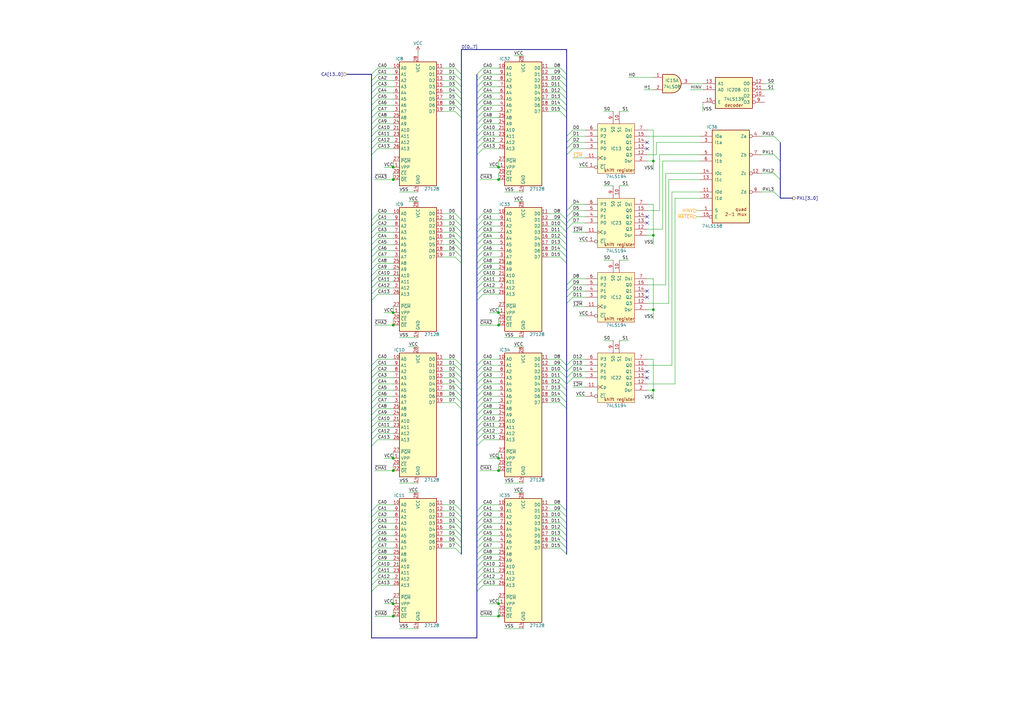
<source format=kicad_sch>
(kicad_sch (version 20231120) (generator "eeschema") (generator_version "8.0")
  (paper "A3")
  (title_block (date "2024-11-16") (rev "José Tejada G.") (company "JOTEGO") (comment 1 "www.patreon.com/jotego") (comment 2 "José Tejada"))
  (junction (at 161.29 133.35))
  (junction (at 161.29 128.27))
  (junction (at 204.47 187.96))
  (junction (at 267.97 160.02))
  (junction (at 161.29 247.65))
  (junction (at 161.29 68.58))
  (junction (at 161.29 193.04))
  (junction (at 161.29 187.96))
  (junction (at 204.47 128.27))
  (junction (at 204.47 133.35))
  (junction (at 267.97 66.04))
  (junction (at 267.97 127))
  (junction (at 267.97 96.52))
  (junction (at 204.47 193.04))
  (junction (at 204.47 73.66))
  (junction (at 161.29 252.73))
  (junction (at 204.47 247.65))
  (junction (at 204.47 68.58))
  (junction (at 161.29 73.66))
  (junction (at 204.47 252.73))
  (no_connect (at 265.43 91.44))
  (no_connect (at 265.43 60.96))
  (no_connect (at 265.43 58.42))
  (no_connect (at 265.43 152.4))
  (no_connect (at 265.43 154.94))
  (no_connect (at 265.43 119.38))
  (no_connect (at 265.43 88.9))
  (no_connect (at 265.43 121.92))
  (bus_entry (at 195.58 177.8) (size 2.54 -2.54))
  (bus_entry (at 234.95 91.44) (size -2.54 2.54))
  (bus_entry (at 195.58 165.1) (size 2.54 -2.54))
  (bus_entry (at 195.58 229.87) (size 2.54 -2.54))
  (bus_entry (at 152.4 63.5) (size 2.54 -2.54))
  (bus_entry (at 317.5 63.5) (size 2.54 2.54))
  (bus_entry (at 229.87 149.86) (size 2.54 2.54))
  (bus_entry (at 195.58 58.42) (size 2.54 -2.54))
  (bus_entry (at 195.58 100.33) (size 2.54 -2.54))
  (bus_entry (at 195.58 154.94) (size 2.54 -2.54))
  (bus_entry (at 186.69 217.17) (size 2.54 2.54))
  (bus_entry (at 186.69 165.1) (size 2.54 2.54))
  (bus_entry (at 229.87 209.55) (size 2.54 2.54))
  (bus_entry (at 152.4 90.17) (size 2.54 -2.54))
  (bus_entry (at 234.95 119.38) (size -2.54 2.54))
  (bus_entry (at 152.4 33.02) (size 2.54 -2.54))
  (bus_entry (at 234.95 88.9) (size -2.54 2.54))
  (bus_entry (at 195.58 92.71) (size 2.54 -2.54))
  (bus_entry (at 152.4 95.25) (size 2.54 -2.54))
  (bus_entry (at 234.95 152.4) (size -2.54 2.54))
  (bus_entry (at 152.4 175.26) (size 2.54 -2.54))
  (bus_entry (at 152.4 214.63) (size 2.54 -2.54))
  (bus_entry (at 195.58 48.26) (size 2.54 -2.54))
  (bus_entry (at 152.4 165.1) (size 2.54 -2.54))
  (bus_entry (at 195.58 212.09) (size 2.54 -2.54))
  (bus_entry (at 195.58 35.56) (size 2.54 -2.54))
  (bus_entry (at 195.58 180.34) (size 2.54 -2.54))
  (bus_entry (at 195.58 95.25) (size 2.54 -2.54))
  (bus_entry (at 229.87 97.79) (size 2.54 2.54))
  (bus_entry (at 152.4 113.03) (size 2.54 -2.54))
  (bus_entry (at 229.87 165.1) (size 2.54 2.54))
  (bus_entry (at 186.69 154.94) (size 2.54 2.54))
  (bus_entry (at 229.87 35.56) (size 2.54 2.54))
  (bus_entry (at 229.87 222.25) (size 2.54 2.54))
  (bus_entry (at 229.87 90.17) (size 2.54 2.54))
  (bus_entry (at 152.4 100.33) (size 2.54 -2.54))
  (bus_entry (at 152.4 152.4) (size 2.54 -2.54))
  (bus_entry (at 229.87 152.4) (size 2.54 2.54))
  (bus_entry (at 229.87 33.02) (size 2.54 2.54))
  (bus_entry (at 186.69 43.18) (size 2.54 2.54))
  (bus_entry (at 152.4 170.18) (size 2.54 -2.54))
  (bus_entry (at 234.95 86.36) (size -2.54 2.54))
  (bus_entry (at 229.87 147.32) (size 2.54 2.54))
  (bus_entry (at 152.4 58.42) (size 2.54 -2.54))
  (bus_entry (at 229.87 160.02) (size 2.54 2.54))
  (bus_entry (at 195.58 240.03) (size 2.54 -2.54))
  (bus_entry (at 229.87 157.48) (size 2.54 2.54))
  (bus_entry (at 234.95 149.86) (size -2.54 2.54))
  (bus_entry (at 186.69 160.02) (size 2.54 2.54))
  (bus_entry (at 229.87 219.71) (size 2.54 2.54))
  (bus_entry (at 229.87 43.18) (size 2.54 2.54))
  (bus_entry (at 152.4 45.72) (size 2.54 -2.54))
  (bus_entry (at 195.58 60.96) (size 2.54 -2.54))
  (bus_entry (at 152.4 219.71) (size 2.54 -2.54))
  (bus_entry (at 152.4 120.65) (size 2.54 -2.54))
  (bus_entry (at 186.69 95.25) (size 2.54 2.54))
  (bus_entry (at 229.87 40.64) (size 2.54 2.54))
  (bus_entry (at 195.58 172.72) (size 2.54 -2.54))
  (bus_entry (at 186.69 105.41) (size 2.54 2.54))
  (bus_entry (at 152.4 217.17) (size 2.54 -2.54))
  (bus_entry (at 195.58 232.41) (size 2.54 -2.54))
  (bus_entry (at 317.5 55.88) (size 2.54 2.54))
  (bus_entry (at 152.4 53.34) (size 2.54 -2.54))
  (bus_entry (at 152.4 118.11) (size 2.54 -2.54))
  (bus_entry (at 152.4 209.55) (size 2.54 -2.54))
  (bus_entry (at 195.58 43.18) (size 2.54 -2.54))
  (bus_entry (at 152.4 162.56) (size 2.54 -2.54))
  (bus_entry (at 152.4 224.79) (size 2.54 -2.54))
  (bus_entry (at 229.87 154.94) (size 2.54 2.54))
  (bus_entry (at 195.58 90.17) (size 2.54 -2.54))
  (bus_entry (at 195.58 118.11) (size 2.54 -2.54))
  (bus_entry (at 195.58 30.48) (size 2.54 -2.54))
  (bus_entry (at 229.87 102.87) (size 2.54 2.54))
  (bus_entry (at 186.69 27.94) (size 2.54 2.54))
  (bus_entry (at 186.69 157.48) (size 2.54 2.54))
  (bus_entry (at 195.58 242.57) (size 2.54 -2.54))
  (bus_entry (at 195.58 50.8) (size 2.54 -2.54))
  (bus_entry (at 229.87 217.17) (size 2.54 2.54))
  (bus_entry (at 152.4 123.19) (size 2.54 -2.54))
  (bus_entry (at 152.4 237.49) (size 2.54 -2.54))
  (bus_entry (at 195.58 149.86) (size 2.54 -2.54))
  (bus_entry (at 195.58 157.48) (size 2.54 -2.54))
  (bus_entry (at 186.69 152.4) (size 2.54 2.54))
  (bus_entry (at 152.4 229.87) (size 2.54 -2.54))
  (bus_entry (at 195.58 102.87) (size 2.54 -2.54))
  (bus_entry (at 152.4 110.49) (size 2.54 -2.54))
  (bus_entry (at 152.4 40.64) (size 2.54 -2.54))
  (bus_entry (at 186.69 224.79) (size 2.54 2.54))
  (bus_entry (at 152.4 105.41) (size 2.54 -2.54))
  (bus_entry (at 234.95 121.92) (size -2.54 2.54))
  (bus_entry (at 195.58 162.56) (size 2.54 -2.54))
  (bus_entry (at 186.69 219.71) (size 2.54 2.54))
  (bus_entry (at 195.58 222.25) (size 2.54 -2.54))
  (bus_entry (at 229.87 30.48) (size 2.54 2.54))
  (bus_entry (at 152.4 92.71) (size 2.54 -2.54))
  (bus_entry (at 152.4 160.02) (size 2.54 -2.54))
  (bus_entry (at 195.58 219.71) (size 2.54 -2.54))
  (bus_entry (at 195.58 123.19) (size 2.54 -2.54))
  (bus_entry (at 195.58 160.02) (size 2.54 -2.54))
  (bus_entry (at 195.58 45.72) (size 2.54 -2.54))
  (bus_entry (at 229.87 162.56) (size 2.54 2.54))
  (bus_entry (at 195.58 115.57) (size 2.54 -2.54))
  (bus_entry (at 195.58 97.79) (size 2.54 -2.54))
  (bus_entry (at 152.4 182.88) (size 2.54 -2.54))
  (bus_entry (at 195.58 55.88) (size 2.54 -2.54))
  (bus_entry (at 186.69 162.56) (size 2.54 2.54))
  (bus_entry (at 195.58 120.65) (size 2.54 -2.54))
  (bus_entry (at 186.69 33.02) (size 2.54 2.54))
  (bus_entry (at 186.69 97.79) (size 2.54 2.54))
  (bus_entry (at 186.69 207.01) (size 2.54 2.54))
  (bus_entry (at 234.95 116.84) (size -2.54 2.54))
  (bus_entry (at 152.4 35.56) (size 2.54 -2.54))
  (bus_entry (at 195.58 107.95) (size 2.54 -2.54))
  (bus_entry (at 195.58 113.03) (size 2.54 -2.54))
  (bus_entry (at 152.4 180.34) (size 2.54 -2.54))
  (bus_entry (at 152.4 157.48) (size 2.54 -2.54))
  (bus_entry (at 152.4 234.95) (size 2.54 -2.54))
  (bus_entry (at 186.69 35.56) (size 2.54 2.54))
  (bus_entry (at 317.5 71.12) (size 2.54 2.54))
  (bus_entry (at 152.4 232.41) (size 2.54 -2.54))
  (bus_entry (at 195.58 209.55) (size 2.54 -2.54))
  (bus_entry (at 152.4 55.88) (size 2.54 -2.54))
  (bus_entry (at 152.4 97.79) (size 2.54 -2.54))
  (bus_entry (at 152.4 50.8) (size 2.54 -2.54))
  (bus_entry (at 152.4 107.95) (size 2.54 -2.54))
  (bus_entry (at 152.4 172.72) (size 2.54 -2.54))
  (bus_entry (at 152.4 102.87) (size 2.54 -2.54))
  (bus_entry (at 195.58 167.64) (size 2.54 -2.54))
  (bus_entry (at 229.87 92.71) (size 2.54 2.54))
  (bus_entry (at 195.58 234.95) (size 2.54 -2.54))
  (bus_entry (at 186.69 90.17) (size 2.54 2.54))
  (bus_entry (at 229.87 212.09) (size 2.54 2.54))
  (bus_entry (at 234.95 83.82) (size -2.54 2.54))
  (bus_entry (at 186.69 149.86) (size 2.54 2.54))
  (bus_entry (at 152.4 167.64) (size 2.54 -2.54))
  (bus_entry (at 229.87 214.63) (size 2.54 2.54))
  (bus_entry (at 152.4 48.26) (size 2.54 -2.54))
  (bus_entry (at 229.87 224.79) (size 2.54 2.54))
  (bus_entry (at 317.5 78.74) (size 2.54 2.54))
  (bus_entry (at 152.4 30.48) (size 2.54 -2.54))
  (bus_entry (at 195.58 33.02) (size 2.54 -2.54))
  (bus_entry (at 229.87 95.25) (size 2.54 2.54))
  (bus_entry (at 186.69 40.64) (size 2.54 2.54))
  (bus_entry (at 195.58 105.41) (size 2.54 -2.54))
  (bus_entry (at 234.95 60.96) (size -2.54 2.54))
  (bus_entry (at 195.58 53.34) (size 2.54 -2.54))
  (bus_entry (at 229.87 87.63) (size 2.54 2.54))
  (bus_entry (at 186.69 147.32) (size 2.54 2.54))
  (bus_entry (at 152.4 60.96) (size 2.54 -2.54))
  (bus_entry (at 186.69 102.87) (size 2.54 2.54))
  (bus_entry (at 195.58 182.88) (size 2.54 -2.54))
  (bus_entry (at 186.69 100.33) (size 2.54 2.54))
  (bus_entry (at 195.58 110.49) (size 2.54 -2.54))
  (bus_entry (at 234.95 55.88) (size -2.54 2.54))
  (bus_entry (at 152.4 38.1) (size 2.54 -2.54))
  (bus_entry (at 234.95 147.32) (size -2.54 2.54))
  (bus_entry (at 229.87 27.94) (size 2.54 2.54))
  (bus_entry (at 229.87 207.01) (size 2.54 2.54))
  (bus_entry (at 234.95 114.3) (size -2.54 2.54))
  (bus_entry (at 186.69 209.55) (size 2.54 2.54))
  (bus_entry (at 234.95 58.42) (size -2.54 2.54))
  (bus_entry (at 195.58 214.63) (size 2.54 -2.54))
  (bus_entry (at 195.58 237.49) (size 2.54 -2.54))
  (bus_entry (at 186.69 87.63) (size 2.54 2.54))
  (bus_entry (at 195.58 152.4) (size 2.54 -2.54))
  (bus_entry (at 195.58 170.18) (size 2.54 -2.54))
  (bus_entry (at 195.58 40.64) (size 2.54 -2.54))
  (bus_entry (at 152.4 154.94) (size 2.54 -2.54))
  (bus_entry (at 186.69 45.72) (size 2.54 2.54))
  (bus_entry (at 152.4 149.86) (size 2.54 -2.54))
  (bus_entry (at 186.69 92.71) (size 2.54 2.54))
  (bus_entry (at 234.95 154.94) (size -2.54 2.54))
  (bus_entry (at 229.87 100.33) (size 2.54 2.54))
  (bus_entry (at 229.87 105.41) (size 2.54 2.54))
  (bus_entry (at 152.4 43.18) (size 2.54 -2.54))
  (bus_entry (at 195.58 227.33) (size 2.54 -2.54))
  (bus_entry (at 186.69 222.25) (size 2.54 2.54))
  (bus_entry (at 195.58 63.5) (size 2.54 -2.54))
  (bus_entry (at 195.58 175.26) (size 2.54 -2.54))
  (bus_entry (at 195.58 224.79) (size 2.54 -2.54))
  (bus_entry (at 186.69 30.48) (size 2.54 2.54))
  (bus_entry (at 152.4 242.57) (size 2.54 -2.54))
  (bus_entry (at 186.69 214.63) (size 2.54 2.54))
  (bus_entry (at 229.87 38.1) (size 2.54 2.54))
  (bus_entry (at 152.4 222.25) (size 2.54 -2.54))
  (bus_entry (at 195.58 217.17) (size 2.54 -2.54))
  (bus_entry (at 186.69 212.09) (size 2.54 2.54))
  (bus_entry (at 152.4 212.09) (size 2.54 -2.54))
  (bus_entry (at 152.4 240.03) (size 2.54 -2.54))
  (bus_entry (at 152.4 177.8) (size 2.54 -2.54))
  (bus_entry (at 152.4 115.57) (size 2.54 -2.54))
  (bus_entry (at 234.95 53.34) (size -2.54 2.54))
  (bus_entry (at 186.69 38.1) (size 2.54 2.54))
  (bus_entry (at 229.87 45.72) (size 2.54 2.54))
  (bus_entry (at 152.4 227.33) (size 2.54 -2.54))
  (bus_entry (at 195.58 38.1) (size 2.54 -2.54))
  (wire (pts (xy 273.05 116.84) (xy 273.05 71.12)))
  (wire (pts (xy 163.83 198.12) (xy 171.45 198.12)))
  (wire (pts (xy 224.79 30.48) (xy 229.87 30.48)))
  (bus (pts (xy 195.58 63.5) (xy 195.58 90.17)))
  (bus (pts (xy 195.58 172.72) (xy 195.58 175.26)))
  (bus (pts (xy 232.41 165.1) (xy 232.41 167.64)))
  (wire (pts (xy 198.12 27.94) (xy 204.47 27.94)))
  (bus (pts (xy 232.41 33.02) (xy 232.41 35.56)))
  (bus (pts (xy 195.58 232.41) (xy 195.58 234.95)))
  (wire (pts (xy 265.43 149.86) (xy 275.59 149.86)))
  (bus (pts (xy 195.58 154.94) (xy 195.58 157.48)))
  (wire (pts (xy 224.79 95.25) (xy 229.87 95.25)))
  (wire (pts (xy 224.79 45.72) (xy 229.87 45.72)))
  (wire (pts (xy 198.12 53.34) (xy 204.47 53.34)))
  (bus (pts (xy 189.23 149.86) (xy 189.23 152.4)))
  (bus (pts (xy 152.4 219.71) (xy 152.4 222.25)))
  (bus (pts (xy 189.23 167.64) (xy 189.23 209.55)))
  (wire (pts (xy 154.94 97.79) (xy 161.29 97.79)))
  (bus (pts (xy 320.04 58.42) (xy 320.04 66.04)))
  (wire (pts (xy 154.94 43.18) (xy 161.29 43.18)))
  (wire (pts (xy 240.03 58.42) (xy 234.95 58.42)))
  (bus (pts (xy 152.4 45.72) (xy 152.4 48.26)))
  (wire (pts (xy 204.47 125.73) (xy 204.47 128.27)))
  (wire (pts (xy 157.48 247.65) (xy 161.29 247.65)))
  (bus (pts (xy 152.4 33.02) (xy 152.4 35.56)))
  (bus (pts (xy 195.58 92.71) (xy 195.58 95.25)))
  (wire (pts (xy 154.94 237.49) (xy 161.29 237.49)))
  (bus (pts (xy 195.58 30.48) (xy 195.58 33.02)))
  (wire (pts (xy 198.12 170.18) (xy 204.47 170.18)))
  (wire (pts (xy 181.61 45.72) (xy 186.69 45.72)))
  (wire (pts (xy 198.12 97.79) (xy 204.47 97.79)))
  (wire (pts (xy 198.12 87.63) (xy 204.47 87.63)))
  (bus (pts (xy 152.4 115.57) (xy 152.4 118.11)))
  (wire (pts (xy 207.01 138.43) (xy 214.63 138.43)))
  (wire (pts (xy 198.12 222.25) (xy 204.47 222.25)))
  (wire (pts (xy 161.29 245.11) (xy 161.29 247.65)))
  (wire (pts (xy 154.94 53.34) (xy 161.29 53.34)))
  (wire (pts (xy 181.61 222.25) (xy 186.69 222.25)))
  (wire (pts (xy 154.94 180.34) (xy 161.29 180.34)))
  (bus (pts (xy 232.41 45.72) (xy 232.41 48.26)))
  (bus (pts (xy 232.41 100.33) (xy 232.41 102.87)))
  (wire (pts (xy 234.95 64.77) (xy 240.03 64.77)))
  (wire (pts (xy 312.42 55.88) (xy 317.5 55.88)))
  (wire (pts (xy 198.12 48.26) (xy 204.47 48.26)))
  (wire (pts (xy 181.61 105.41) (xy 186.69 105.41)))
  (bus (pts (xy 189.23 105.41) (xy 189.23 107.95)))
  (bus (pts (xy 232.41 209.55) (xy 232.41 212.09)))
  (bus (pts (xy 195.58 35.56) (xy 195.58 38.1)))
  (wire (pts (xy 247.65 139.7) (xy 251.46 139.7)))
  (wire (pts (xy 313.69 34.29) (xy 317.5 34.29)))
  (wire (pts (xy 265.43 127) (xy 267.97 127)))
  (bus (pts (xy 232.41 124.46) (xy 232.41 149.86)))
  (bus (pts (xy 232.41 105.41) (xy 232.41 107.95)))
  (wire (pts (xy 198.12 212.09) (xy 204.47 212.09)))
  (wire (pts (xy 157.48 128.27) (xy 161.29 128.27)))
  (bus (pts (xy 152.4 222.25) (xy 152.4 224.79)))
  (wire (pts (xy 198.12 149.86) (xy 204.47 149.86)))
  (wire (pts (xy 254 139.7) (xy 257.81 139.7)))
  (bus (pts (xy 152.4 123.19) (xy 152.4 149.86)))
  (wire (pts (xy 198.12 209.55) (xy 204.47 209.55)))
  (wire (pts (xy 270.51 63.5) (xy 270.51 86.36)))
  (wire (pts (xy 204.47 250.19) (xy 204.47 252.73)))
  (wire (pts (xy 210.82 201.93) (xy 214.63 201.93)))
  (wire (pts (xy 154.94 212.09) (xy 161.29 212.09)))
  (wire (pts (xy 265.43 116.84) (xy 273.05 116.84)))
  (wire (pts (xy 234.95 125.73) (xy 240.03 125.73)))
  (bus (pts (xy 195.58 175.26) (xy 195.58 177.8)))
  (bus (pts (xy 152.4 118.11) (xy 152.4 120.65)))
  (wire (pts (xy 198.12 154.94) (xy 204.47 154.94)))
  (bus (pts (xy 189.23 165.1) (xy 189.23 167.64)))
  (bus (pts (xy 195.58 115.57) (xy 195.58 118.11)))
  (wire (pts (xy 154.94 102.87) (xy 161.29 102.87)))
  (wire (pts (xy 240.03 152.4) (xy 234.95 152.4)))
  (wire (pts (xy 154.94 222.25) (xy 161.29 222.25)))
  (wire (pts (xy 181.61 219.71) (xy 186.69 219.71)))
  (wire (pts (xy 154.94 157.48) (xy 161.29 157.48)))
  (wire (pts (xy 200.66 247.65) (xy 204.47 247.65)))
  (wire (pts (xy 240.03 121.92) (xy 234.95 121.92)))
  (bus (pts (xy 320.04 81.28) (xy 325.12 81.28)))
  (wire (pts (xy 198.12 40.64) (xy 204.47 40.64)))
  (wire (pts (xy 154.94 149.86) (xy 161.29 149.86)))
  (bus (pts (xy 195.58 60.96) (xy 195.58 63.5)))
  (bus (pts (xy 232.41 212.09) (xy 232.41 214.63)))
  (bus (pts (xy 152.4 154.94) (xy 152.4 157.48)))
  (wire (pts (xy 274.32 124.46) (xy 265.43 124.46)))
  (wire (pts (xy 198.12 207.01) (xy 204.47 207.01)))
  (wire (pts (xy 285.75 86.36) (xy 287.02 86.36)))
  (wire (pts (xy 204.47 66.04) (xy 204.47 68.58)))
  (wire (pts (xy 161.29 190.5) (xy 161.29 193.04)))
  (bus (pts (xy 232.41 116.84) (xy 232.41 119.38)))
  (wire (pts (xy 204.47 185.42) (xy 204.47 187.96)))
  (wire (pts (xy 240.03 149.86) (xy 234.95 149.86)))
  (wire (pts (xy 234.95 95.25) (xy 240.03 95.25)))
  (bus (pts (xy 152.4 229.87) (xy 152.4 232.41)))
  (wire (pts (xy 154.94 55.88) (xy 161.29 55.88)))
  (bus (pts (xy 152.4 237.49) (xy 152.4 240.03)))
  (wire (pts (xy 224.79 100.33) (xy 229.87 100.33)))
  (bus (pts (xy 189.23 97.79) (xy 189.23 100.33)))
  (bus (pts (xy 189.23 219.71) (xy 189.23 222.25)))
  (wire (pts (xy 198.12 38.1) (xy 204.47 38.1)))
  (wire (pts (xy 224.79 219.71) (xy 229.87 219.71)))
  (wire (pts (xy 154.94 167.64) (xy 161.29 167.64)))
  (wire (pts (xy 267.97 53.34) (xy 267.97 66.04)))
  (wire (pts (xy 240.03 53.34) (xy 234.95 53.34)))
  (wire (pts (xy 154.94 224.79) (xy 161.29 224.79)))
  (wire (pts (xy 198.12 165.1) (xy 204.47 165.1)))
  (wire (pts (xy 254 45.72) (xy 257.81 45.72)))
  (bus (pts (xy 232.41 224.79) (xy 232.41 227.33)))
  (wire (pts (xy 267.97 114.3) (xy 267.97 127)))
  (wire (pts (xy 163.83 257.81) (xy 171.45 257.81)))
  (wire (pts (xy 198.12 92.71) (xy 204.47 92.71)))
  (bus (pts (xy 232.41 157.48) (xy 232.41 160.02)))
  (bus (pts (xy 152.4 182.88) (xy 152.4 209.55)))
  (wire (pts (xy 240.03 60.96) (xy 234.95 60.96)))
  (bus (pts (xy 195.58 97.79) (xy 195.58 100.33)))
  (wire (pts (xy 154.94 40.64) (xy 161.29 40.64)))
  (bus (pts (xy 152.4 107.95) (xy 152.4 110.49)))
  (wire (pts (xy 224.79 38.1) (xy 229.87 38.1)))
  (wire (pts (xy 224.79 222.25) (xy 229.87 222.25)))
  (bus (pts (xy 195.58 50.8) (xy 195.58 53.34)))
  (bus (pts (xy 195.58 165.1) (xy 195.58 167.64)))
  (wire (pts (xy 224.79 165.1) (xy 229.87 165.1)))
  (wire (pts (xy 273.05 71.12) (xy 287.02 71.12)))
  (wire (pts (xy 198.12 90.17) (xy 204.47 90.17)))
  (wire (pts (xy 181.61 212.09) (xy 186.69 212.09)))
  (wire (pts (xy 198.12 115.57) (xy 204.47 115.57)))
  (bus (pts (xy 152.4 152.4) (xy 152.4 154.94)))
  (wire (pts (xy 181.61 100.33) (xy 186.69 100.33)))
  (wire (pts (xy 196.85 133.35) (xy 204.47 133.35)))
  (wire (pts (xy 198.12 167.64) (xy 204.47 167.64)))
  (wire (pts (xy 198.12 175.26) (xy 204.47 175.26)))
  (wire (pts (xy 224.79 102.87) (xy 229.87 102.87)))
  (wire (pts (xy 267.97 160.02) (xy 267.97 163.83)))
  (wire (pts (xy 283.21 34.29) (xy 288.29 34.29)))
  (wire (pts (xy 198.12 45.72) (xy 204.47 45.72)))
  (bus (pts (xy 195.58 157.48) (xy 195.58 160.02)))
  (bus (pts (xy 152.4 167.64) (xy 152.4 170.18)))
  (bus (pts (xy 232.41 60.96) (xy 232.41 63.5)))
  (wire (pts (xy 181.61 40.64) (xy 186.69 40.64)))
  (wire (pts (xy 154.94 240.03) (xy 161.29 240.03)))
  (bus (pts (xy 195.58 237.49) (xy 195.58 240.03)))
  (bus (pts (xy 232.41 217.17) (xy 232.41 219.71)))
  (bus (pts (xy 232.41 162.56) (xy 232.41 165.1)))
  (wire (pts (xy 224.79 217.17) (xy 229.87 217.17)))
  (wire (pts (xy 161.29 66.04) (xy 161.29 68.58)))
  (wire (pts (xy 181.61 38.1) (xy 186.69 38.1)))
  (wire (pts (xy 154.94 92.71) (xy 161.29 92.71)))
  (wire (pts (xy 204.47 190.5) (xy 204.47 193.04)))
  (bus (pts (xy 152.4 172.72) (xy 152.4 170.18)))
  (wire (pts (xy 181.61 97.79) (xy 186.69 97.79)))
  (wire (pts (xy 224.79 160.02) (xy 229.87 160.02)))
  (bus (pts (xy 195.58 177.8) (xy 195.58 180.34)))
  (wire (pts (xy 224.79 40.64) (xy 229.87 40.64)))
  (wire (pts (xy 240.03 55.88) (xy 234.95 55.88)))
  (bus (pts (xy 195.58 222.25) (xy 195.58 224.79)))
  (wire (pts (xy 161.29 250.19) (xy 161.29 252.73)))
  (bus (pts (xy 195.58 219.71) (xy 195.58 222.25)))
  (wire (pts (xy 198.12 105.41) (xy 204.47 105.41)))
  (bus (pts (xy 152.4 212.09) (xy 152.4 214.63)))
  (wire (pts (xy 240.03 119.38) (xy 234.95 119.38)))
  (bus (pts (xy 232.41 58.42) (xy 232.41 60.96)))
  (bus (pts (xy 232.41 91.44) (xy 232.41 92.71)))
  (wire (pts (xy 154.94 58.42) (xy 161.29 58.42)))
  (wire (pts (xy 265.43 147.32) (xy 267.97 147.32)))
  (wire (pts (xy 224.79 97.79) (xy 229.87 97.79)))
  (wire (pts (xy 198.12 102.87) (xy 204.47 102.87)))
  (wire (pts (xy 313.69 36.83) (xy 317.5 36.83)))
  (bus (pts (xy 195.58 234.95) (xy 195.58 237.49)))
  (wire (pts (xy 161.29 125.73) (xy 161.29 128.27)))
  (wire (pts (xy 198.12 180.34) (xy 204.47 180.34)))
  (wire (pts (xy 154.94 209.55) (xy 161.29 209.55)))
  (wire (pts (xy 200.66 128.27) (xy 204.47 128.27)))
  (wire (pts (xy 312.42 78.74) (xy 317.5 78.74)))
  (bus (pts (xy 232.41 167.64) (xy 232.41 209.55)))
  (wire (pts (xy 198.12 110.49) (xy 204.47 110.49)))
  (wire (pts (xy 154.94 113.03) (xy 161.29 113.03)))
  (wire (pts (xy 181.61 43.18) (xy 186.69 43.18)))
  (bus (pts (xy 232.41 55.88) (xy 232.41 58.42)))
  (wire (pts (xy 224.79 157.48) (xy 229.87 157.48)))
  (wire (pts (xy 210.82 142.24) (xy 214.63 142.24)))
  (wire (pts (xy 240.03 68.58) (xy 237.49 68.58)))
  (bus (pts (xy 189.23 157.48) (xy 189.23 160.02)))
  (wire (pts (xy 267.97 147.32) (xy 267.97 160.02)))
  (bus (pts (xy 195.58 102.87) (xy 195.58 105.41)))
  (wire (pts (xy 154.94 214.63) (xy 161.29 214.63)))
  (bus (pts (xy 195.58 55.88) (xy 195.58 58.42)))
  (wire (pts (xy 154.94 162.56) (xy 161.29 162.56)))
  (wire (pts (xy 153.67 133.35) (xy 161.29 133.35)))
  (wire (pts (xy 198.12 43.18) (xy 204.47 43.18)))
  (bus (pts (xy 152.4 177.8) (xy 152.4 175.26)))
  (wire (pts (xy 283.21 36.83) (xy 288.29 36.83)))
  (wire (pts (xy 181.61 147.32) (xy 186.69 147.32)))
  (bus (pts (xy 195.58 107.95) (xy 195.58 110.49)))
  (wire (pts (xy 154.94 217.17) (xy 161.29 217.17)))
  (wire (pts (xy 198.12 214.63) (xy 204.47 214.63)))
  (wire (pts (xy 154.94 87.63) (xy 161.29 87.63)))
  (wire (pts (xy 154.94 152.4) (xy 161.29 152.4)))
  (bus (pts (xy 195.58 123.19) (xy 195.58 149.86)))
  (bus (pts (xy 152.4 35.56) (xy 152.4 38.1)))
  (wire (pts (xy 196.85 252.73) (xy 204.47 252.73)))
  (wire (pts (xy 207.01 257.81) (xy 214.63 257.81)))
  (bus (pts (xy 195.58 209.55) (xy 195.58 212.09)))
  (bus (pts (xy 232.41 38.1) (xy 232.41 40.64)))
  (bus (pts (xy 152.4 224.79) (xy 152.4 227.33)))
  (wire (pts (xy 154.94 170.18) (xy 161.29 170.18)))
  (wire (pts (xy 240.03 116.84) (xy 234.95 116.84)))
  (wire (pts (xy 240.03 114.3) (xy 234.95 114.3)))
  (wire (pts (xy 154.94 30.48) (xy 161.29 30.48)))
  (wire (pts (xy 224.79 224.79) (xy 229.87 224.79)))
  (bus (pts (xy 152.4 55.88) (xy 152.4 58.42)))
  (wire (pts (xy 267.97 83.82) (xy 267.97 96.52)))
  (bus (pts (xy 152.4 113.03) (xy 152.4 115.57)))
  (wire (pts (xy 285.75 88.9) (xy 287.02 88.9)))
  (wire (pts (xy 154.94 175.26) (xy 161.29 175.26)))
  (bus (pts (xy 189.23 160.02) (xy 189.23 162.56)))
  (bus (pts (xy 152.4 30.48) (xy 152.4 33.02)))
  (wire (pts (xy 234.95 158.75) (xy 240.03 158.75)))
  (wire (pts (xy 198.12 107.95) (xy 204.47 107.95)))
  (wire (pts (xy 157.48 68.58) (xy 161.29 68.58)))
  (wire (pts (xy 275.59 78.74) (xy 287.02 78.74)))
  (wire (pts (xy 154.94 147.32) (xy 161.29 147.32)))
  (bus (pts (xy 189.23 162.56) (xy 189.23 165.1)))
  (bus (pts (xy 152.4 217.17) (xy 152.4 219.71)))
  (wire (pts (xy 224.79 209.55) (xy 229.87 209.55)))
  (wire (pts (xy 265.43 66.04) (xy 267.97 66.04)))
  (bus (pts (xy 232.41 30.48) (xy 232.41 33.02)))
  (bus (pts (xy 189.23 30.48) (xy 189.23 20.32)))
  (bus (pts (xy 195.58 43.18) (xy 195.58 45.72)))
  (wire (pts (xy 154.94 35.56) (xy 161.29 35.56)))
  (wire (pts (xy 181.61 102.87) (xy 186.69 102.87)))
  (wire (pts (xy 161.29 185.42) (xy 161.29 187.96)))
  (wire (pts (xy 154.94 234.95) (xy 161.29 234.95)))
  (bus (pts (xy 189.23 152.4) (xy 189.23 154.94)))
  (wire (pts (xy 270.51 86.36) (xy 265.43 86.36)))
  (bus (pts (xy 152.4 53.34) (xy 152.4 55.88)))
  (wire (pts (xy 163.83 138.43) (xy 171.45 138.43)))
  (bus (pts (xy 152.4 92.71) (xy 152.4 95.25)))
  (wire (pts (xy 154.94 38.1) (xy 161.29 38.1)))
  (wire (pts (xy 240.03 99.06) (xy 237.49 99.06)))
  (wire (pts (xy 154.94 160.02) (xy 161.29 160.02)))
  (wire (pts (xy 275.59 78.74) (xy 275.59 149.86)))
  (bus (pts (xy 195.58 261.62) (xy 152.4 261.62)))
  (wire (pts (xy 198.12 120.65) (xy 204.47 120.65)))
  (bus (pts (xy 152.4 38.1) (xy 152.4 40.64)))
  (bus (pts (xy 195.58 160.02) (xy 195.58 162.56)))
  (bus (pts (xy 195.58 214.63) (xy 195.58 217.17)))
  (wire (pts (xy 236.22 162.56) (xy 240.03 162.56)))
  (wire (pts (xy 198.12 50.8) (xy 204.47 50.8)))
  (wire (pts (xy 224.79 92.71) (xy 229.87 92.71)))
  (wire (pts (xy 163.83 78.74) (xy 171.45 78.74)))
  (wire (pts (xy 198.12 157.48) (xy 204.47 157.48)))
  (bus (pts (xy 195.58 58.42) (xy 195.58 60.96)))
  (bus (pts (xy 152.4 227.33) (xy 152.4 229.87)))
  (wire (pts (xy 154.94 90.17) (xy 161.29 90.17)))
  (wire (pts (xy 181.61 90.17) (xy 186.69 90.17)))
  (wire (pts (xy 204.47 130.81) (xy 204.47 133.35)))
  (bus (pts (xy 152.4 95.25) (xy 152.4 97.79)))
  (wire (pts (xy 200.66 187.96) (xy 204.47 187.96)))
  (bus (pts (xy 189.23 107.95) (xy 189.23 149.86)))
  (bus (pts (xy 152.4 40.64) (xy 152.4 43.18)))
  (wire (pts (xy 224.79 33.02) (xy 229.87 33.02)))
  (bus (pts (xy 232.41 95.25) (xy 232.41 97.79)))
  (wire (pts (xy 181.61 27.94) (xy 186.69 27.94)))
  (bus (pts (xy 232.41 214.63) (xy 232.41 217.17)))
  (wire (pts (xy 154.94 172.72) (xy 161.29 172.72)))
  (wire (pts (xy 240.03 154.94) (xy 234.95 154.94)))
  (bus (pts (xy 195.58 40.64) (xy 195.58 43.18)))
  (wire (pts (xy 267.97 127) (xy 267.97 130.81)))
  (wire (pts (xy 240.03 88.9) (xy 234.95 88.9)))
  (wire (pts (xy 240.03 129.54) (xy 237.49 129.54)))
  (wire (pts (xy 161.29 130.81) (xy 161.29 133.35)))
  (bus (pts (xy 195.58 100.33) (xy 195.58 102.87)))
  (wire (pts (xy 198.12 177.8) (xy 204.47 177.8)))
  (bus (pts (xy 152.4 48.26) (xy 152.4 50.8)))
  (wire (pts (xy 198.12 35.56) (xy 204.47 35.56)))
  (bus (pts (xy 152.4 149.86) (xy 152.4 152.4)))
  (bus (pts (xy 195.58 53.34) (xy 195.58 55.88)))
  (bus (pts (xy 189.23 45.72) (xy 189.23 48.26)))
  (wire (pts (xy 271.78 93.98) (xy 271.78 66.04)))
  (wire (pts (xy 207.01 78.74) (xy 214.63 78.74)))
  (wire (pts (xy 269.24 58.42) (xy 269.24 63.5)))
  (bus (pts (xy 152.4 165.1) (xy 152.4 167.64)))
  (bus (pts (xy 232.41 20.32) (xy 232.41 30.48)))
  (bus (pts (xy 152.4 209.55) (xy 152.4 212.09)))
  (wire (pts (xy 198.12 33.02) (xy 204.47 33.02)))
  (wire (pts (xy 240.03 83.82) (xy 234.95 83.82)))
  (wire (pts (xy 265.43 83.82) (xy 267.97 83.82)))
  (bus (pts (xy 232.41 222.25) (xy 232.41 224.79)))
  (wire (pts (xy 181.61 30.48) (xy 186.69 30.48)))
  (wire (pts (xy 198.12 217.17) (xy 204.47 217.17)))
  (wire (pts (xy 198.12 219.71) (xy 204.47 219.71)))
  (bus (pts (xy 189.23 212.09) (xy 189.23 214.63)))
  (bus (pts (xy 152.4 232.41) (xy 152.4 234.95)))
  (wire (pts (xy 204.47 245.11) (xy 204.47 247.65)))
  (wire (pts (xy 181.61 162.56) (xy 186.69 162.56)))
  (bus (pts (xy 232.41 160.02) (xy 232.41 162.56)))
  (wire (pts (xy 224.79 90.17) (xy 229.87 90.17)))
  (wire (pts (xy 224.79 212.09) (xy 229.87 212.09)))
  (bus (pts (xy 189.23 154.94) (xy 189.23 157.48)))
  (wire (pts (xy 200.66 68.58) (xy 204.47 68.58)))
  (bus (pts (xy 152.4 175.26) (xy 152.4 172.72)))
  (wire (pts (xy 154.94 60.96) (xy 161.29 60.96)))
  (wire (pts (xy 181.61 224.79) (xy 186.69 224.79)))
  (wire (pts (xy 198.12 240.03) (xy 204.47 240.03)))
  (wire (pts (xy 224.79 214.63) (xy 229.87 214.63)))
  (wire (pts (xy 265.43 160.02) (xy 267.97 160.02)))
  (bus (pts (xy 232.41 102.87) (xy 232.41 105.41)))
  (wire (pts (xy 224.79 105.41) (xy 229.87 105.41)))
  (bus (pts (xy 152.4 242.57) (xy 152.4 261.62)))
  (wire (pts (xy 198.12 152.4) (xy 204.47 152.4)))
  (wire (pts (xy 154.94 110.49) (xy 161.29 110.49)))
  (bus (pts (xy 195.58 113.03) (xy 195.58 115.57)))
  (bus (pts (xy 195.58 240.03) (xy 195.58 242.57)))
  (bus (pts (xy 152.4 43.18) (xy 152.4 45.72)))
  (wire (pts (xy 181.61 95.25) (xy 186.69 95.25)))
  (bus (pts (xy 195.58 224.79) (xy 195.58 227.33)))
  (wire (pts (xy 154.94 27.94) (xy 161.29 27.94)))
  (wire (pts (xy 167.64 201.93) (xy 171.45 201.93)))
  (wire (pts (xy 267.97 66.04) (xy 267.97 69.85)))
  (bus (pts (xy 189.23 224.79) (xy 189.23 227.33)))
  (wire (pts (xy 181.61 87.63) (xy 186.69 87.63)))
  (bus (pts (xy 232.41 40.64) (xy 232.41 43.18)))
  (bus (pts (xy 152.4 240.03) (xy 152.4 242.57)))
  (wire (pts (xy 196.85 193.04) (xy 204.47 193.04)))
  (wire (pts (xy 181.61 152.4) (xy 186.69 152.4)))
  (wire (pts (xy 247.65 45.72) (xy 251.46 45.72)))
  (wire (pts (xy 154.94 118.11) (xy 161.29 118.11)))
  (wire (pts (xy 288.29 45.72) (xy 288.29 41.91)))
  (wire (pts (xy 167.64 142.24) (xy 171.45 142.24)))
  (wire (pts (xy 196.85 73.66) (xy 204.47 73.66)))
  (wire (pts (xy 154.94 48.26) (xy 161.29 48.26)))
  (bus (pts (xy 152.4 157.48) (xy 152.4 160.02)))
  (wire (pts (xy 153.67 252.73) (xy 161.29 252.73)))
  (wire (pts (xy 153.67 73.66) (xy 161.29 73.66)))
  (bus (pts (xy 152.4 180.34) (xy 152.4 177.8)))
  (bus (pts (xy 232.41 35.56) (xy 232.41 38.1)))
  (bus (pts (xy 195.58 90.17) (xy 195.58 92.71)))
  (bus (pts (xy 232.41 93.98) (xy 232.41 95.25)))
  (bus (pts (xy 195.58 105.41) (xy 195.58 107.95)))
  (wire (pts (xy 198.12 58.42) (xy 204.47 58.42)))
  (bus (pts (xy 189.23 43.18) (xy 189.23 45.72)))
  (bus (pts (xy 195.58 212.09) (xy 195.58 214.63)))
  (wire (pts (xy 210.82 22.86) (xy 214.63 22.86)))
  (bus (pts (xy 195.58 170.18) (xy 195.58 172.72)))
  (wire (pts (xy 210.82 82.55) (xy 214.63 82.55)))
  (bus (pts (xy 195.58 182.88) (xy 195.58 209.55)))
  (bus (pts (xy 232.41 107.95) (xy 232.41 116.84)))
  (wire (pts (xy 240.03 91.44) (xy 234.95 91.44)))
  (wire (pts (xy 269.24 63.5) (xy 265.43 63.5)))
  (bus (pts (xy 232.41 88.9) (xy 232.41 90.17)))
  (wire (pts (xy 240.03 147.32) (xy 234.95 147.32)))
  (wire (pts (xy 198.12 55.88) (xy 204.47 55.88)))
  (wire (pts (xy 161.29 71.12) (xy 161.29 73.66)))
  (wire (pts (xy 198.12 229.87) (xy 204.47 229.87)))
  (wire (pts (xy 224.79 43.18) (xy 229.87 43.18)))
  (wire (pts (xy 207.01 198.12) (xy 214.63 198.12)))
  (bus (pts (xy 189.23 40.64) (xy 189.23 43.18)))
  (wire (pts (xy 265.43 114.3) (xy 267.97 114.3)))
  (wire (pts (xy 181.61 149.86) (xy 186.69 149.86)))
  (wire (pts (xy 287.02 58.42) (xy 269.24 58.42)))
  (wire (pts (xy 204.47 71.12) (xy 204.47 73.66)))
  (wire (pts (xy 257.81 31.75) (xy 267.97 31.75)))
  (wire (pts (xy 274.32 73.66) (xy 274.32 124.46)))
  (bus (pts (xy 320.04 81.28) (xy 320.04 73.66)))
  (wire (pts (xy 181.61 157.48) (xy 186.69 157.48)))
  (bus (pts (xy 232.41 48.26) (xy 232.41 55.88)))
  (bus (pts (xy 195.58 229.87) (xy 195.58 232.41)))
  (bus (pts (xy 152.4 97.79) (xy 152.4 100.33)))
  (bus (pts (xy 152.4 102.87) (xy 152.4 105.41)))
  (bus (pts (xy 152.4 160.02) (xy 152.4 162.56)))
  (bus (pts (xy 320.04 66.04) (xy 320.04 73.66)))
  (wire (pts (xy 154.94 107.95) (xy 161.29 107.95)))
  (bus (pts (xy 152.4 63.5) (xy 152.4 90.17)))
  (bus (pts (xy 189.23 92.71) (xy 189.23 95.25)))
  (wire (pts (xy 224.79 27.94) (xy 229.87 27.94)))
  (wire (pts (xy 247.65 76.2) (xy 251.46 76.2)))
  (bus (pts (xy 189.23 35.56) (xy 189.23 38.1)))
  (wire (pts (xy 181.61 35.56) (xy 186.69 35.56)))
  (wire (pts (xy 154.94 177.8) (xy 161.29 177.8)))
  (wire (pts (xy 198.12 172.72) (xy 204.47 172.72)))
  (wire (pts (xy 154.94 227.33) (xy 161.29 227.33)))
  (bus (pts (xy 195.58 217.17) (xy 195.58 219.71)))
  (wire (pts (xy 154.94 95.25) (xy 161.29 95.25)))
  (wire (pts (xy 154.94 154.94) (xy 161.29 154.94)))
  (wire (pts (xy 224.79 154.94) (xy 229.87 154.94)))
  (wire (pts (xy 154.94 165.1) (xy 161.29 165.1)))
  (bus (pts (xy 189.23 102.87) (xy 189.23 105.41)))
  (wire (pts (xy 198.12 30.48) (xy 204.47 30.48)))
  (bus (pts (xy 152.4 90.17) (xy 152.4 92.71)))
  (wire (pts (xy 287.02 81.28) (xy 276.86 81.28)))
  (wire (pts (xy 198.12 162.56) (xy 204.47 162.56)))
  (bus (pts (xy 152.4 60.96) (xy 152.4 63.5)))
  (wire (pts (xy 224.79 147.32) (xy 229.87 147.32)))
  (wire (pts (xy 181.61 33.02) (xy 186.69 33.02)))
  (wire (pts (xy 181.61 154.94) (xy 186.69 154.94)))
  (bus (pts (xy 189.23 217.17) (xy 189.23 219.71)))
  (wire (pts (xy 157.48 187.96) (xy 161.29 187.96)))
  (wire (pts (xy 153.67 193.04) (xy 161.29 193.04)))
  (wire (pts (xy 154.94 115.57) (xy 161.29 115.57)))
  (wire (pts (xy 198.12 224.79) (xy 204.47 224.79)))
  (wire (pts (xy 181.61 214.63) (xy 186.69 214.63)))
  (bus (pts (xy 232.41 219.71) (xy 232.41 222.25)))
  (bus (pts (xy 195.58 167.64) (xy 195.58 170.18)))
  (bus (pts (xy 232.41 97.79) (xy 232.41 100.33)))
  (wire (pts (xy 276.86 81.28) (xy 276.86 157.48)))
  (bus (pts (xy 189.23 209.55) (xy 189.23 212.09)))
  (bus (pts (xy 189.23 38.1) (xy 189.23 40.64)))
  (bus (pts (xy 195.58 38.1) (xy 195.58 40.64)))
  (bus (pts (xy 195.58 242.57) (xy 195.58 261.62)))
  (bus (pts (xy 232.41 119.38) (xy 232.41 121.92)))
  (wire (pts (xy 265.43 53.34) (xy 267.97 53.34)))
  (wire (pts (xy 198.12 147.32) (xy 204.47 147.32)))
  (wire (pts (xy 154.94 232.41) (xy 161.29 232.41)))
  (bus (pts (xy 232.41 86.36) (xy 232.41 88.9)))
  (bus (pts (xy 195.58 180.34) (xy 195.58 182.88)))
  (wire (pts (xy 154.94 219.71) (xy 161.29 219.71)))
  (wire (pts (xy 154.94 207.01) (xy 161.29 207.01)))
  (wire (pts (xy 181.61 165.1) (xy 186.69 165.1)))
  (bus (pts (xy 189.23 33.02) (xy 189.23 35.56)))
  (bus (pts (xy 195.58 152.4) (xy 195.58 154.94)))
  (bus (pts (xy 232.41 63.5) (xy 232.41 86.36)))
  (wire (pts (xy 224.79 207.01) (xy 229.87 207.01)))
  (wire (pts (xy 167.64 82.55) (xy 171.45 82.55)))
  (bus (pts (xy 195.58 120.65) (xy 195.58 123.19)))
  (wire (pts (xy 198.12 118.11) (xy 204.47 118.11)))
  (wire (pts (xy 198.12 95.25) (xy 204.47 95.25)))
  (bus (pts (xy 152.4 234.95) (xy 152.4 237.49)))
  (bus (pts (xy 232.41 154.94) (xy 232.41 157.48)))
  (wire (pts (xy 265.43 55.88) (xy 287.02 55.88)))
  (wire (pts (xy 154.94 120.65) (xy 161.29 120.65)))
  (bus (pts (xy 152.4 58.42) (xy 152.4 60.96)))
  (wire (pts (xy 267.97 96.52) (xy 267.97 100.33)))
  (wire (pts (xy 224.79 87.63) (xy 229.87 87.63)))
  (wire (pts (xy 181.61 207.01) (xy 186.69 207.01)))
  (wire (pts (xy 312.42 71.12) (xy 317.5 71.12)))
  (wire (pts (xy 154.94 105.41) (xy 161.29 105.41)))
  (wire (pts (xy 287.02 73.66) (xy 274.32 73.66)))
  (wire (pts (xy 224.79 35.56) (xy 229.87 35.56)))
  (wire (pts (xy 181.61 92.71) (xy 186.69 92.71)))
  (bus (pts (xy 232.41 152.4) (xy 232.41 154.94)))
  (wire (pts (xy 287.02 63.5) (xy 270.51 63.5)))
  (wire (pts (xy 224.79 162.56) (xy 229.87 162.56)))
  (bus (pts (xy 189.23 100.33) (xy 189.23 102.87)))
  (wire (pts (xy 198.12 227.33) (xy 204.47 227.33)))
  (bus (pts (xy 152.4 105.41) (xy 152.4 107.95)))
  (wire (pts (xy 154.94 229.87) (xy 161.29 229.87)))
  (wire (pts (xy 312.42 63.5) (xy 317.5 63.5)))
  (bus (pts (xy 232.41 149.86) (xy 232.41 152.4)))
  (wire (pts (xy 198.12 237.49) (xy 204.47 237.49)))
  (bus (pts (xy 232.41 92.71) (xy 232.41 93.98)))
  (wire (pts (xy 198.12 100.33) (xy 204.47 100.33)))
  (bus (pts (xy 152.4 214.63) (xy 152.4 217.17)))
  (bus (pts (xy 195.58 149.86) (xy 195.58 152.4)))
  (bus (pts (xy 142.24 30.48) (xy 152.4 30.48)))
  (wire (pts (xy 198.12 232.41) (xy 204.47 232.41)))
  (bus (pts (xy 152.4 110.49) (xy 152.4 113.03)))
  (bus (pts (xy 232.41 90.17) (xy 232.41 91.44)))
  (bus (pts (xy 195.58 48.26) (xy 195.58 50.8)))
  (bus (pts (xy 152.4 180.34) (xy 152.4 182.88)))
  (wire (pts (xy 154.94 50.8) (xy 161.29 50.8)))
  (wire (pts (xy 224.79 152.4) (xy 229.87 152.4)))
  (wire (pts (xy 240.03 86.36) (xy 234.95 86.36)))
  (bus (pts (xy 189.23 214.63) (xy 189.23 217.17)))
  (bus (pts (xy 189.23 20.32) (xy 232.41 20.32)))
  (bus (pts (xy 189.23 48.26) (xy 189.23 90.17)))
  (wire (pts (xy 224.79 149.86) (xy 229.87 149.86)))
  (bus (pts (xy 152.4 50.8) (xy 152.4 53.34)))
  (wire (pts (xy 198.12 60.96) (xy 204.47 60.96)))
  (wire (pts (xy 171.45 21.59) (xy 171.45 22.86)))
  (wire (pts (xy 181.61 217.17) (xy 186.69 217.17)))
  (wire (pts (xy 198.12 234.95) (xy 204.47 234.95)))
  (wire (pts (xy 254 106.68) (xy 257.81 106.68)))
  (wire (pts (xy 181.61 160.02) (xy 186.69 160.02)))
  (bus (pts (xy 195.58 45.72) (xy 195.58 48.26)))
  (wire (pts (xy 265.43 96.52) (xy 267.97 96.52)))
  (bus (pts (xy 195.58 110.49) (xy 195.58 113.03)))
  (bus (pts (xy 195.58 162.56) (xy 195.58 165.1)))
  (wire (pts (xy 198.12 113.03) (xy 204.47 113.03)))
  (bus (pts (xy 232.41 43.18) (xy 232.41 45.72)))
  (bus (pts (xy 189.23 30.48) (xy 189.23 33.02)))
  (wire (pts (xy 276.86 157.48) (xy 265.43 157.48)))
  (wire (pts (xy 247.65 106.68) (xy 251.46 106.68)))
  (wire (pts (xy 154.94 45.72) (xy 161.29 45.72)))
  (wire (pts (xy 154.94 100.33) (xy 161.29 100.33)))
  (bus (pts (xy 189.23 90.17) (xy 189.23 92.71)))
  (wire (pts (xy 265.43 93.98) (xy 271.78 93.98)))
  (wire (pts (xy 198.12 160.02) (xy 204.47 160.02)))
  (wire (pts (xy 254 76.2) (xy 257.81 76.2)))
  (bus (pts (xy 195.58 227.33) (xy 195.58 229.87)))
  (bus (pts (xy 189.23 95.25) (xy 189.23 97.79)))
  (wire (pts (xy 271.78 66.04) (xy 287.02 66.04)))
  (bus (pts (xy 195.58 118.11) (xy 195.58 120.65)))
  (bus (pts (xy 195.58 33.02) (xy 195.58 35.56)))
  (bus (pts (xy 232.41 121.92) (xy 232.41 124.46)))
  (bus (pts (xy 195.58 95.25) (xy 195.58 97.79)))
  (wire (pts (xy 154.94 33.02) (xy 161.29 33.02)))
  (wire (pts (xy 181.61 209.55) (xy 186.69 209.55)))
  (wire (pts (xy 264.16 36.83) (xy 267.97 36.83)))
  (bus (pts (xy 152.4 100.33) (xy 152.4 102.87)))
  (bus (pts (xy 189.23 222.25) (xy 189.23 224.79)))
  (bus (pts (xy 152.4 120.65) (xy 152.4 123.19)))
  (bus (pts (xy 152.4 162.56) (xy 152.4 165.1)))
  (label "CA6" (at 154.94 102.87 0))
  (label "CA2" (at 198.12 152.4 0))
  (label "~{CHA3}" (at 153.67 73.66 0))
  (label "D14" (at 229.87 102.87 180))
  (label "D10" (at 229.87 212.09 180))
  (label "D3" (at 234.95 60.96 0))
  (label "CA0" (at 198.12 147.32 0))
  (label "VSS" (at 207.01 138.43 0))
  (label "CA0" (at 154.94 87.63 0))
  (label "D15" (at 234.95 154.94 0))
  (label "VSS" (at 163.83 257.81 0))
  (label "D1" (at 186.69 209.55 180))
  (label "S0" (at 317.5 34.29 180))
  (label "CA3" (at 154.94 154.94 0))
  (label "D9" (at 229.87 149.86 180))
  (label "CA12" (at 154.94 177.8 0))
  (label "CA1" (at 154.94 90.17 0))
  (label "CA13" (at 154.94 120.65 0))
  (label "VCC" (at 200.66 68.58 0))
  (label "VCC" (at 157.48 128.27 0))
  (label "VSS" (at 267.97 130.81 180))
  (label "CA11" (at 198.12 234.95 0))
  (label "CA12" (at 198.12 237.49 0))
  (label "D4" (at 234.95 83.82 0))
  (label "VCC" (at 210.82 22.86 0))
  (label "CA3" (at 198.12 214.63 0))
  (label "VCC" (at 157.48 187.96 0))
  (label "CA11" (at 154.94 55.88 0))
  (label "~{CHA1}" (at 196.85 193.04 0))
  (label "D8" (at 229.87 207.01 180))
  (label "CA10" (at 154.94 53.34 0))
  (label "D14" (at 234.95 152.4 0))
  (label "D2" (at 186.69 33.02 180))
  (label "CA10" (at 154.94 232.41 0))
  (label "D6" (at 186.69 43.18 180))
  (label "CA13" (at 154.94 180.34 0))
  (label "CA10" (at 154.94 172.72 0))
  (label "~{CHA3}" (at 196.85 73.66 0))
  (label "S1" (at 257.81 139.7 180))
  (label "~{CHA2}" (at 196.85 133.35 0))
  (label "VSS" (at 207.01 198.12 0))
  (label "VCC" (at 237.49 99.06 0))
  (label "CA2" (at 154.94 152.4 0))
  (label "CA8" (at 154.94 107.95 0))
  (label "CA9" (at 154.94 229.87 0))
  (label "D2" (at 186.69 152.4 180))
  (label "D3" (at 186.69 214.63 180))
  (label "D13" (at 229.87 160.02 180))
  (label "CA12" (at 154.94 237.49 0))
  (label "CA11" (at 198.12 55.88 0))
  (label "CA8" (at 154.94 48.26 0))
  (label "CA3" (at 198.12 35.56 0))
  (label "CA4" (at 154.94 38.1 0))
  (label "VCC" (at 210.82 201.93 0))
  (label "S1" (at 257.81 76.2 180))
  (label "D1" (at 186.69 90.17 180))
  (label "CA2" (at 198.12 212.09 0))
  (label "D0" (at 186.69 147.32 180))
  (label "CA5" (at 198.12 160.02 0))
  (label "CA5" (at 154.94 219.71 0))
  (label "VCC" (at 237.49 68.58 0))
  (label "VSS" (at 163.83 198.12 0))
  (label "D1" (at 186.69 30.48 180))
  (label "D0" (at 186.69 207.01 180))
  (label "S1" (at 257.81 106.68 180))
  (label "D1" (at 234.95 55.88 0))
  (label "CA4" (at 154.94 157.48 0))
  (label "H0" (at 257.81 31.75 0))
  (label "CA13" (at 198.12 240.03 0))
  (label "D9" (at 229.87 209.55 180))
  (label "D12" (at 229.87 38.1 180))
  (label "CA4" (at 154.94 217.17 0))
  (label "D15" (at 229.87 224.79 180))
  (label "D10" (at 229.87 33.02 180))
  (label "CA8" (at 198.12 227.33 0))
  (label "D7" (at 186.69 45.72 180))
  (label "CA9" (at 198.12 110.49 0))
  (label "D7" (at 186.69 224.79 180))
  (label "~{CHA2}" (at 153.67 133.35 0))
  (label "CA1" (at 154.94 149.86 0))
  (label "VCC" (at 200.66 128.27 0))
  (label "S0" (at 247.65 139.7 0))
  (label "CA9" (at 198.12 170.18 0))
  (label "D15" (at 229.87 45.72 180))
  (label "CA13" (at 198.12 120.65 0))
  (label "CA12" (at 154.94 118.11 0))
  (label "VSS" (at 207.01 78.74 0))
  (label "CA7" (at 154.94 45.72 0))
  (label "S0" (at 247.65 76.2 0))
  (label "D2" (at 186.69 92.71 180))
  (label "CA2" (at 154.94 92.71 0))
  (label "D14" (at 229.87 162.56 180))
  (label "D12" (at 229.87 97.79 180))
  (label "VCC" (at 236.22 162.56 0))
  (label "~{12M}" (at 234.95 125.73 0))
  (label "D8" (at 229.87 87.63 180))
  (label "~{12M}" (at 234.95 158.75 0))
  (label "CA3" (at 154.94 35.56 0))
  (label "CA6" (at 198.12 43.18 0))
  (label "S0" (at 247.65 45.72 0))
  (label "D7" (at 234.95 91.44 0))
  (label "HINV" (at 283.21 36.83 0))
  (label "D11" (at 229.87 154.94 180))
  (label "PXL3" (at 317.5 78.74 180))
  (label "D12" (at 229.87 157.48 180))
  (label "CA1" (at 198.12 30.48 0))
  (label "D2" (at 234.95 58.42 0))
  (label "PXL0" (at 317.5 55.88 180))
  (label "CA4" (at 198.12 97.79 0))
  (label "~{12M}" (at 234.95 95.25 0))
  (label "CA9" (at 198.12 229.87 0))
  (label "D6" (at 186.69 222.25 180))
  (label "CA5" (at 154.94 40.64 0))
  (label "CA11" (at 198.12 115.57 0))
  (label "CA13" (at 154.94 60.96 0))
  (label "CA8" (at 198.12 107.95 0))
  (label "CA7" (at 154.94 224.79 0))
  (label "CA12" (at 198.12 58.42 0))
  (label "VSS" (at 163.83 78.74 0))
  (label "CA1" (at 154.94 209.55 0))
  (label "D4" (at 186.69 217.17 180))
  (label "D13" (at 229.87 100.33 180))
  (label "D7" (at 186.69 105.41 180))
  (label "VSS" (at 163.83 138.43 0))
  (label "CA0" (at 198.12 207.01 0))
  (label "D3" (at 186.69 154.94 180))
  (label "CA13" (at 198.12 60.96 0))
  (label "CA7" (at 154.94 105.41 0))
  (label "~{12M}" (at 234.95 64.77 0))
  (label "D3" (at 186.69 95.25 180))
  (label "CA6" (at 198.12 222.25 0))
  (label "CA4" (at 198.12 38.1 0))
  (label "D5" (at 234.95 86.36 0))
  (label "CA12" (at 154.94 58.42 0))
  (label "D10" (at 229.87 92.71 180))
  (label "CA7" (at 198.12 224.79 0))
  (label "CA3" (at 198.12 154.94 0))
  (label "D10" (at 229.87 152.4 180))
  (label "D7" (at 186.69 165.1 180))
  (label "CA4" (at 198.12 217.17 0))
  (label "D13" (at 229.87 219.71 180))
  (label "CA0" (at 198.12 27.94 0))
  (label "D9" (at 229.87 90.17 180))
  (label "CA5" (at 198.12 219.71 0))
  (label "VCC" (at 200.66 187.96 0))
  (label "D13" (at 234.95 149.86 0))
  (label "CA10" (at 198.12 172.72 0))
  (label "D14" (at 229.87 43.18 180))
  (label "CA8" (at 198.12 167.64 0))
  (label "CA11" (at 198.12 175.26 0))
  (label "S0" (at 247.65 106.68 0))
  (label "CA2" (at 154.94 212.09 0))
  (label "CA3" (at 198.12 95.25 0))
  (label "CA11" (at 154.94 234.95 0))
  (label "D12" (at 229.87 217.17 180))
  (label "VCC" (at 167.64 201.93 0))
  (label "CA5" (at 198.12 100.33 0))
  (label "CA6" (at 154.94 43.18 0))
  (label "CA0" (at 154.94 27.94 0))
  (label "CA8" (at 154.94 167.64 0))
  (label "D2" (at 186.69 212.09 180))
  (label "D8" (at 229.87 27.94 180))
  (label "CA12" (at 198.12 177.8 0))
  (label "CA5" (at 154.94 100.33 0))
  (label "PXL1" (at 317.5 63.5 180))
  (label "D12" (at 234.95 147.32 0))
  (label "D13" (at 229.87 40.64 180))
  (label "CA10" (at 198.12 232.41 0))
  (label "CA0" (at 198.12 87.63 0))
  (label "D5" (at 186.69 160.02 180))
  (label "CA0" (at 154.94 207.01 0))
  (label "CA7" (at 198.12 165.1 0))
  (label "D6" (at 186.69 162.56 180))
  (label "CA5" (at 198.12 40.64 0))
  (label "CA6" (at 154.94 222.25 0))
  (label "D5" (at 186.69 40.64 180))
  (label "CA6" (at 198.12 162.56 0))
  (label "D11" (at 229.87 214.63 180))
  (label "CA1" (at 154.94 30.48 0))
  (label "~{CHA0}" (at 153.67 252.73 0))
  (label "VCC" (at 157.48 68.58 0))
  (label "CA12" (at 198.12 118.11 0))
  (label "CA6" (at 198.12 102.87 0))
  (label "CA13" (at 198.12 180.34 0))
  (label "D8" (at 229.87 147.32 180))
  (label "D11" (at 234.95 121.92 0))
  (label "D0" (at 234.95 53.34 0))
  (label "VCC" (at 210.82 142.24 0))
  (label "CA4" (at 198.12 157.48 0))
  (label "VSS" (at 207.01 257.81 0))
  (label "D4" (at 186.69 97.79 180))
  (label "D5" (at 186.69 219.71 180))
  (label "CA1" (at 198.12 209.55 0))
  (label "VCC" (at 210.82 82.55 0))
  (label "CA10" (at 198.12 113.03 0))
  (label "CA7" (at 198.12 105.41 0))
  (label "~{CHA1}" (at 153.67 193.04 0))
  (label "D6" (at 186.69 102.87 180))
  (label "D9" (at 234.95 116.84 0))
  (label "D3" (at 186.69 35.56 180))
  (label "CA5" (at 154.94 160.02 0))
  (label "~{CHA0}" (at 196.85 252.73 0))
  (label "D15" (at 229.87 165.1 180))
  (label "D1" (at 186.69 149.86 180))
  (label "H1" (at 264.16 36.83 0))
  (label "CA9" (at 154.94 170.18 0))
  (label "CA10" (at 154.94 113.03 0))
  (label "VCC" (at 200.66 247.65 0))
  (label "D[0..7]" (at 189.23 20.32 0))
  (label "CA7" (at 198.12 45.72 0))
  (label "D9" (at 229.87 30.48 180))
  (label "CA13" (at 154.94 240.03 0))
  (label "CA8" (at 154.94 227.33 0))
  (label "CA1" (at 198.12 149.86 0))
  (label "CA10" (at 198.12 53.34 0))
  (label "CA7" (at 154.94 165.1 0))
  (label "CA8" (at 198.12 48.26 0))
  (label "D11" (at 229.87 35.56 180))
  (label "VCC" (at 157.48 247.65 0))
  (label "D0" (at 186.69 27.94 180))
  (label "D4" (at 186.69 157.48 180))
  (label "S1" (at 257.81 45.72 180))
  (label "VCC" (at 237.49 129.54 0))
  (label "CA11" (at 154.94 115.57 0))
  (label "CA4" (at 154.94 97.79 0))
  (label "CA11" (at 154.94 175.26 0))
  (label "D14" (at 229.87 222.25 180))
  (label "CA9" (at 198.12 50.8 0))
  (label "VSS" (at 267.97 163.83 180))
  (label "D11" (at 229.87 95.25 180))
  (label "D10" (at 234.95 119.38 0))
  (label "VCC" (at 167.64 82.55 0))
  (label "VCC" (at 167.64 142.24 0))
  (label "CA2" (at 198.12 92.71 0))
  (label "D5" (at 186.69 100.33 180))
  (label "CA2" (at 154.94 33.02 0))
  (label "CA9" (at 154.94 50.8 0))
  (label "D6" (at 234.95 88.9 0))
  (label "D15" (at 229.87 105.41 180))
  (label "VSS" (at 267.97 100.33 180))
  (label "S1" (at 317.5 36.83 180))
  (label "CA2" (at 198.12 33.02 0))
  (label "CA3" (at 154.94 95.25 0))
  (label "CA3" (at 154.94 214.63 0))
  (label "CA9" (at 154.94 110.49 0))
  (label "VSS" (at 267.97 69.85 180))
  (label "PXL2" (at 317.5 71.12 180))
  (label "CA1" (at 198.12 90.17 0))
  (label "CA0" (at 154.94 147.32 0))
  (label "D8" (at 234.95 114.3 0))
  (label "D0" (at 186.69 87.63 180))
  (label "CA6" (at 154.94 162.56 0))
  (label "D4" (at 186.69 38.1 180))
  (label "VSS" (at 288.29 45.72 0))
  (hierarchical_label "CA[13..0]" (shape input) (at 142.24 30.48 180))
  (hierarchical_label "PXL[3..0]" (shape output) (at 325.12 81.28 0))
  (hierarchical_label "HINV" (shape input) (at 285.75 86.36 180))
  (hierarchical_label "~{MATCH}" (shape input) (at 285.75 88.9 180))
  (symbol (lib_id "Memory_EPROM:27128") (at 214.63 170.18 0) (unit 1)
    (property "Reference" "IC34" (at 207.01 143.51 0))
    (property "Value" "27128" (at 217.17 196.85 0) (effects (justify left)))
    (property "Footprint" "Package_DIP:DIP-28_W15.24mm" (effects (hide yes)))
    (property "Datasheet" "http://eeshop.unl.edu/pdf/27128.pdf" (effects (hide yes)))
  )
  (symbol (lib_id "Memory_EPROM:27128") (at 171.45 229.87 0) (unit 1)
    (property "Reference" "IC11" (at 163.83 203.2 0))
    (property "Value" "27128" (at 173.99 256.54 0) (effects (justify left)))
    (property "Footprint" "Package_DIP:DIP-28_W15.24mm" (effects (hide yes)))
    (property "Datasheet" "http://eeshop.unl.edu/pdf/27128.pdf" (effects (hide yes)))
  )
  (symbol (lib_id "Memory_EPROM:27128") (at 171.45 170.18 0) (unit 1)
    (property "Reference" "IC10" (at 163.83 143.51 0))
    (property "Value" "27128" (at 173.99 196.85 0) (effects (justify left)))
    (property "Footprint" "Package_DIP:DIP-28_W15.24mm" (effects (hide yes)))
    (property "Datasheet" "http://eeshop.unl.edu/pdf/27128.pdf" (effects (hide yes)))
  )
  (symbol (lib_id "Memory_EPROM:27128") (at 214.63 110.49 0) (unit 1)
    (property "Reference" "IC33" (at 207.01 83.82 0))
    (property "Value" "27128" (at 217.17 137.16 0) (effects (justify left)))
    (property "Footprint" "Package_DIP:DIP-28_W15.24mm" (effects (hide yes)))
    (property "Datasheet" "http://eeshop.unl.edu/pdf/27128.pdf" (effects (hide yes)))
  )
  (symbol (lib_id "jt74:74LS194") (at 252.73 58.42 0) (unit 1)
    (property "Reference" "IC13" (at 252.73 60.96 0))
    (property "Value" "74LS194" (at 252.73 72.39 0))
    (property "Datasheet" "https://www.alldatasheet.es/datasheet-pdf/pdf/51050/FAIRCHILD/74LS194.html" (effects (hide yes)))
  )
  (symbol (lib_id "jt74:74LS08") (at 275.59 34.29 0) (unit 1)
    (property "Reference" "IC15" (at 275.59 33.02 0))
    (property "Value" "74LS08" (at 275.59 35.56 0))
    (property "Datasheet" "http://www.ti.com/lit/gpn/sn74LS08" (effects (hide yes)))
    (property "Description" "Quad And2" (effects (hide yes)))
  )
  (symbol (lib_id "jt74:74LS194") (at 252.73 152.4 0) (unit 1)
    (property "Reference" "IC22" (at 252.73 154.94 0))
    (property "Value" "74LS194" (at 252.73 166.37 0))
    (property "Datasheet" "https://www.alldatasheet.es/datasheet-pdf/pdf/51050/FAIRCHILD/74LS194.html" (effects (hide yes)))
  )
  (symbol (lib_id "jt74:74LS158") (at 299.72 71.12 0) (unit 1)
    (property "Reference" "IC36" (at 292.1 52.07 0))
    (property "Value" "74LS158" (at 292.1 92.71 0))
    (property "Datasheet" "http://www.ti.com/lit/gpn/sn74LS158" (effects (hide yes)))
    (property "Description" "Quad 2 to 1 multiplexer" (effects (hide yes)))
  )
  (symbol (lib_id "jt74:74LS194") (at 252.73 88.9 0) (unit 1)
    (property "Reference" "IC23" (at 252.73 91.44 0))
    (property "Value" "74LS194" (at 252.73 102.87 0))
    (property "Datasheet" "https://www.alldatasheet.es/datasheet-pdf/pdf/51050/FAIRCHILD/74LS194.html" (effects (hide yes)))
  )
  (symbol (lib_id "jt74:74LS194") (at 252.73 119.38 0) (unit 1)
    (property "Reference" "IC12" (at 252.73 121.92 0))
    (property "Value" "74LS194" (at 252.73 133.35 0))
    (property "Datasheet" "https://www.alldatasheet.es/datasheet-pdf/pdf/51050/FAIRCHILD/74LS194.html" (effects (hide yes)))
  )
  (symbol (lib_id "jt74:74LS139") (at 300.99 36.83 0) (unit 2)
    (property "Reference" "IC20" (at 300.99 36.83 0))
    (property "Value" "74LS139" (at 300.99 40.64 0))
    (property "Datasheet" "https://www.ti.com/lit/ds/symlink/sn74ls139a.pdf?ts=1731778661019" (effects (hide yes)))
    (property "Description" "Dual Decoder 1 of 4, Active low outputs" (effects (hide yes)))
  )
  (symbol (lib_id "Memory_EPROM:27128") (at 171.45 110.49 0) (unit 1)
    (property "Reference" "IC9" (at 163.83 83.82 0))
    (property "Value" "27128" (at 173.99 137.16 0) (effects (justify left)))
    (property "Footprint" "Package_DIP:DIP-28_W15.24mm" (effects (hide yes)))
    (property "Datasheet" "http://eeshop.unl.edu/pdf/27128.pdf" (effects (hide yes)))
  )
  (symbol (lib_id "power:VCC") (at 171.45 21.59 0) (unit 1)
    (property "Reference" "#PWR021" (effects (hide yes)))
    (property "Value" "VCC" (at 171.45 17.78 0))
  )
  (symbol (lib_id "Memory_EPROM:27128") (at 214.63 50.8 0) (unit 1)
    (property "Reference" "IC32" (at 207.01 24.13 0))
    (property "Value" "27128" (at 217.17 77.47 0) (effects (justify left)))
    (property "Footprint" "Package_DIP:DIP-28_W15.24mm" (effects (hide yes)))
    (property "Datasheet" "http://eeshop.unl.edu/pdf/27128.pdf" (effects (hide yes)))
  )
  (symbol (lib_id "Memory_EPROM:27128") (at 171.45 50.8 0) (unit 1)
    (property "Reference" "IC8" (at 163.83 24.13 0))
    (property "Value" "27128" (at 173.99 77.47 0) (effects (justify left)))
    (property "Footprint" "Package_DIP:DIP-28_W15.24mm" (effects (hide yes)))
    (property "Datasheet" "http://eeshop.unl.edu/pdf/27128.pdf" (effects (hide yes)))
  )
  (symbol (lib_id "Memory_EPROM:27128") (at 214.63 229.87 0) (unit 1)
    (property "Reference" "IC35" (at 207.01 203.2 0))
    (property "Value" "27128" (at 217.17 256.54 0) (effects (justify left)))
    (property "Footprint" "Package_DIP:DIP-28_W15.24mm" (effects (hide yes)))
    (property "Datasheet" "http://eeshop.unl.edu/pdf/27128.pdf" (effects (hide yes)))
  )
)
</source>
